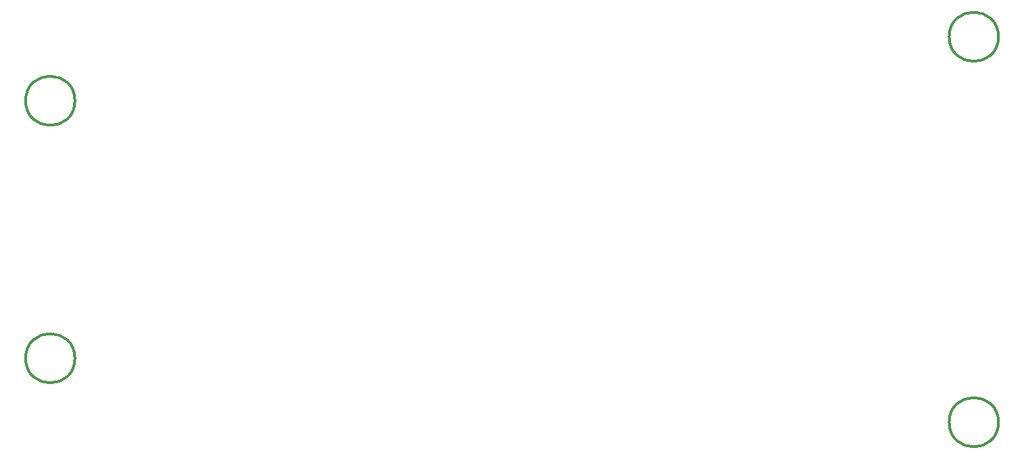
<source format=gbo>
G04*
G04 #@! TF.GenerationSoftware,Altium Limited,Altium Designer,19.0.15 (446)*
G04*
G04 Layer_Color=32896*
%FSLAX24Y24*%
%MOIN*%
G70*
G01*
G75*
%ADD14C,0.0118*%
D14*
X2598Y17008D02*
G03*
X2598Y17008I-1181J0D01*
G01*
Y4646D02*
G03*
X2598Y4646I-1181J0D01*
G01*
X46850Y20079D02*
G03*
X46850Y20079I-1181J0D01*
G01*
Y1575D02*
G03*
X46850Y1575I-1181J0D01*
G01*
M02*

</source>
